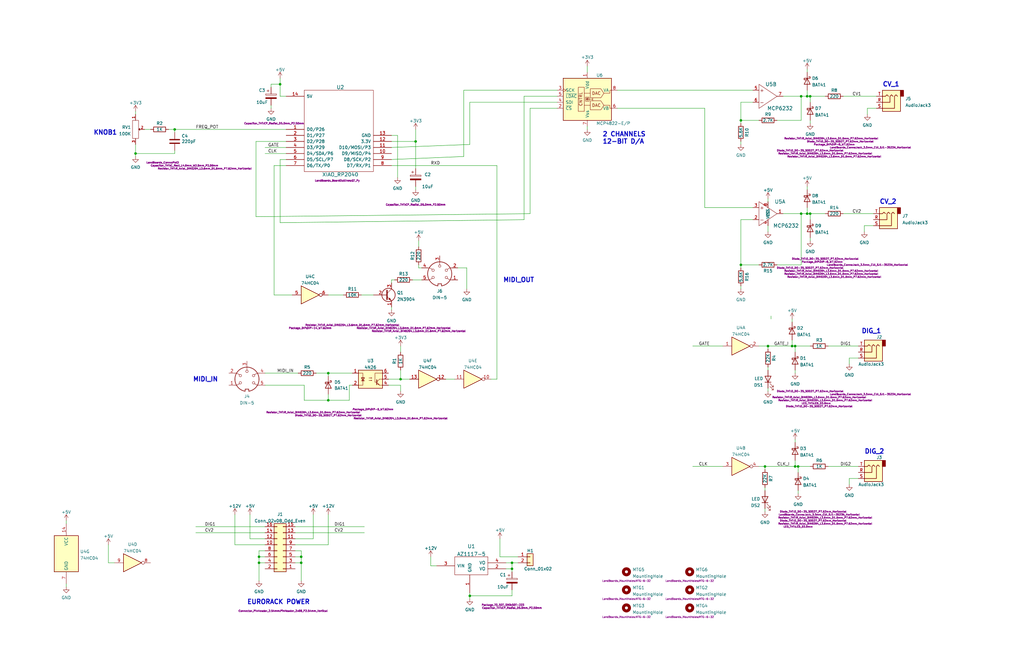
<source format=kicad_sch>
(kicad_sch (version 20211123) (generator eeschema)
  (paper "B")
  (title_block (title "SYNTH MIDI CONTROLLER") (date "2022-09-23") (rev "1") (company "LAND BOARDS LLC") (comment 1 "https://note.com/solder_state/n/n17e028497eba"))
  (lib_symbols
    (symbol "74xx:74HC04"
      (property "Reference" "U" (at 0 1.27 0))
      (property "Value" "74HC04" (at 0 -1.27 0))
      (symbol "74HC04_1_0"
        (pin input line (at -7.62 0 0) (length 3.81) (name "~") (number "1"))
        (pin output inverted (at 7.62 0 180) (length 3.81) (name "~") (number "2"))
      )
      (symbol "74HC04_2_0"
        (pin input line (at -7.62 0 0) (length 3.81) (name "~") (number "3"))
        (pin output inverted (at 7.62 0 180) (length 3.81) (name "~") (number "4"))
      )
      (symbol "74HC04_3_0"
        (pin input line (at -7.62 0 0) (length 3.81) (name "~") (number "5"))
        (pin output inverted (at 7.62 0 180) (length 3.81) (name "~") (number "6"))
      )
      (symbol "74HC04_4_0"
        (pin output inverted (at 7.62 0 180) (length 3.81) (name "~") (number "8"))
        (pin input line (at -7.62 0 0) (length 3.81) (name "~") (number "9"))
      )
      (symbol "74HC04_5_0"
        (pin output inverted (at 7.62 0 180) (length 3.81) (name "~") (number "10"))
        (pin input line (at -7.62 0 0) (length 3.81) (name "~") (number "11"))
      )
      (symbol "74HC04_6_0"
        (pin output inverted (at 7.62 0 180) (length 3.81) (name "~") (number "12"))
        (pin input line (at -7.62 0 0) (length 3.81) (name "~") (number "13"))
      )
      (symbol "74HC04_7_0"
        (pin power_in line (at 0 12.7 270) (length 5.08) (name "VCC") (number "14"))
        (pin power_in line (at 0 -12.7 90) (length 5.08) (name "GND") (number "7"))
      )
    )
    (symbol "Analog_DAC:MCP4822" (pin_names (offset 1.016))
      (property "Reference" "U" (at -2.54 10.795 0))
      (property "Value" "MCP4822" (at -2.54 8.89 0))
      (symbol "MCP4822_0_0"
        (text "CNTRL" (at -2.032 -4.191 900) (effects (font (size 1.27 1.27)) (justify left bottom)))
        (text "DAC" (at 3.81 -3.81 0) (effects (font (size 1.27 1.27))))
        (text "DAC" (at 3.81 1.27 0) (effects (font (size 1.27 1.27))))
      )
      (symbol "MCP4822_1_1"
        (pin power_in line (at 0 10.16 270) (length 2.54) (name "Vdd") (number "1"))
        (pin input line (at -12.7 -5.08 0) (length 2.54) (name "~{CS}") (number "2"))
        (pin input clock (at -12.7 2.54 0) (length 2.54) (name "SCK") (number "3"))
        (pin input line (at -12.7 -2.54 0) (length 2.54) (name "SDI") (number "4"))
        (pin input line (at -12.7 0 0) (length 2.54) (name "~{LDAC}") (number "5"))
        (pin output line (at 12.7 -5.08 180) (length 2.54) (name "VB") (number "6"))
        (pin power_in line (at 0 -12.7 90) (length 2.54) (name "Vss") (number "7"))
        (pin output line (at 12.7 2.54 180) (length 2.54) (name "VA") (number "8"))
      )
    )
    (symbol "Connector:AudioJack3"
      (property "Reference" "J" (at 0 8.89 0))
      (property "Value" "AudioJack3" (at 0 6.35 0))
      (symbol "AudioJack3_1_1"
        (pin passive line (at 5.08 0 180) (length 2.54) (name "~") (number "R"))
        (pin passive line (at 5.08 2.54 180) (length 2.54) (name "~") (number "S"))
        (pin passive line (at 5.08 -2.54 180) (length 2.54) (name "~") (number "T"))
      )
    )
    (symbol "Connector:DIN-5" (pin_names (offset 1.016))
      (property "Reference" "J" (at 3.175 5.715 0))
      (property "Value" "DIN-5" (at 0 -6.35 0))
      (symbol "DIN-5_1_1"
        (pin passive line (at -7.62 -2.54 0) (length 2.54) (name "~") (number "1"))
        (pin passive line (at -7.62 2.54 0) (length 2.54) (name "~") (number "2"))
        (pin passive line (at 0 7.62 270) (length 2.54) (name "~") (number "3"))
        (pin passive line (at 7.62 2.54 180) (length 2.54) (name "~") (number "4"))
        (pin passive line (at 7.62 -2.54 180) (length 2.54) (name "~") (number "5"))
      )
    )
    (symbol "Connector_Generic:Conn_01x02" (pin_names (offset 1.016) hide)
      (property "Reference" "J" (at 0 2.54 0))
      (property "Value" "Conn_01x02" (at 0 -5.08 0))
      (symbol "Conn_01x02_1_1"
        (pin passive line (at -5.08 0 0) (length 3.81) (name "Pin_1") (number "1"))
        (pin passive line (at -5.08 -2.54 0) (length 3.81) (name "Pin_2") (number "2"))
      )
    )
    (symbol "Connector_Generic:Conn_02x08_Odd_Even" (pin_names (offset 1.016) hide)
      (property "Reference" "J" (at 1.27 10.16 0))
      (property "Value" "Conn_02x08_Odd_Even" (at 1.27 -12.7 0))
      (symbol "Conn_02x08_Odd_Even_1_1"
        (pin passive line (at -5.08 7.62 0) (length 3.81) (name "Pin_1") (number "1"))
        (pin passive line (at 7.62 -2.54 180) (length 3.81) (name "Pin_10") (number "10"))
        (pin passive line (at -5.08 -5.08 0) (length 3.81) (name "Pin_11") (number "11"))
        (pin passive line (at 7.62 -5.08 180) (length 3.81) (name "Pin_12") (number "12"))
        (pin passive line (at -5.08 -7.62 0) (length 3.81) (name "Pin_13") (number "13"))
        (pin passive line (at 7.62 -7.62 180) (length 3.81) (name "Pin_14") (number "14"))
        (pin passive line (at -5.08 -10.16 0) (length 3.81) (name "Pin_15") (number "15"))
        (pin passive line (at 7.62 -10.16 180) (length 3.81) (name "Pin_16") (number "16"))
        (pin passive line (at 7.62 7.62 180) (length 3.81) (name "Pin_2") (number "2"))
        (pin passive line (at -5.08 5.08 0) (length 3.81) (name "Pin_3") (number "3"))
        (pin passive line (at 7.62 5.08 180) (length 3.81) (name "Pin_4") (number "4"))
        (pin passive line (at -5.08 2.54 0) (length 3.81) (name "Pin_5") (number "5"))
        (pin passive line (at 7.62 2.54 180) (length 3.81) (name "Pin_6") (number "6"))
        (pin passive line (at -5.08 0 0) (length 3.81) (name "Pin_7") (number "7"))
        (pin passive line (at 7.62 0 180) (length 3.81) (name "Pin_8") (number "8"))
        (pin passive line (at -5.08 -2.54 0) (length 3.81) (name "Pin_9") (number "9"))
      )
    )
    (symbol "Device:C" (pin_numbers hide) (pin_names (offset 0.254))
      (property "Reference" "C" (at 0.635 2.54 0))
      (property "Value" "C" (at 0.635 -2.54 0))
      (symbol "C_1_1"
        (pin passive line (at 0 3.81 270) (length 2.794) (name "~") (number "1"))
        (pin passive line (at 0 -3.81 90) (length 2.794) (name "~") (number "2"))
      )
    )
    (symbol "Device:C_Polarized" (pin_numbers hide) (pin_names (offset 0.254))
      (property "Reference" "C" (at 0.635 2.54 0))
      (property "Value" "C_Polarized" (at 0.635 -2.54 0))
      (symbol "C_Polarized_1_1"
        (pin passive line (at 0 3.81 270) (length 2.794) (name "~") (number "1"))
        (pin passive line (at 0 -3.81 90) (length 2.794) (name "~") (number "2"))
      )
    )
    (symbol "Device:D_Schottky" (pin_numbers hide) (pin_names (offset 1.016) hide)
      (property "Reference" "D" (at 0 2.54 0))
      (property "Value" "D_Schottky" (at 0 -2.54 0))
      (symbol "D_Schottky_1_1"
        (pin passive line (at -3.81 0 0) (length 2.54) (name "K") (number "1"))
        (pin passive line (at 3.81 0 180) (length 2.54) (name "A") (number "2"))
      )
    )
    (symbol "Device:LED" (pin_numbers hide) (pin_names (offset 1.016) hide)
      (property "Reference" "D" (at 0 2.54 0))
      (property "Value" "LED" (at 0 -2.54 0))
      (symbol "LED_1_1"
        (pin passive line (at -3.81 0 0) (length 2.54) (name "K") (number "1"))
        (pin passive line (at 3.81 0 180) (length 2.54) (name "A") (number "2"))
      )
    )
    (symbol "Device:R" (pin_numbers hide) (pin_names (offset 0))
      (property "Reference" "R" (at 2.032 0 90))
      (property "Value" "R" (at 0 0 90))
      (symbol "R_1_1"
        (pin passive line (at 0 3.81 270) (length 1.27) (name "~") (number "1"))
        (pin passive line (at 0 -3.81 90) (length 1.27) (name "~") (number "2"))
      )
    )
    (symbol "Isolator:4N26" (pin_names (offset 1.016))
      (property "Reference" "U" (at -5.08 5.08 0))
      (property "Value" "4N26" (at 0 5.08 0))
      (symbol "4N26_1_1"
        (pin passive line (at -7.62 2.54 0) (length 2.54) (name "~") (number "1"))
        (pin passive line (at -7.62 -2.54 0) (length 2.54) (name "~") (number "2"))
        (pin no_connect line (at -5.08 0 0) (length 2.54) hide (name "NC") (number "3"))
        (pin passive line (at 7.62 -2.54 180) (length 2.54) (name "~") (number "4"))
        (pin passive line (at 7.62 0 180) (length 2.54) (name "~") (number "5"))
        (pin passive line (at 7.62 2.54 180) (length 2.54) (name "~") (number "6"))
      )
    )
    (symbol "LandBoards:POT" (pin_names (offset 1.016) hide)
      (property "Reference" "RV" (at 0 -2.54 0))
      (property "Value" "POT" (at 0 0 0))
      (symbol "POT_1_1"
        (pin passive line (at -6.35 0 0) (length 2.54) (name "1") (number "1"))
        (pin passive line (at 0 3.81 270) (length 2.032) (name "2") (number "2"))
        (pin passive line (at 6.35 0 180) (length 2.54) (name "3") (number "3"))
      )
    )
    (symbol "LandBoards_Cards:XIAO_RP2040" (pin_names (offset 1.016))
      (property "Reference" "BRD" (at 0 25.4 0))
      (property "Value" "XIAO_RP2040" (at 0 -11.43 0))
      (symbol "XIAO_RP2040_1_1"
        (pin bidirectional line (at -22.86 7.62 0) (length 7.62) (name "D0/P26") (number "1"))
        (pin bidirectional line (at 21.59 -2.54 180) (length 7.62) (name "D9/MISO/P4") (number "10"))
        (pin bidirectional line (at 21.59 0 180) (length 7.62) (name "D10/MOSI/P3") (number "11"))
        (pin power_out line (at 21.59 2.54 180) (length 7.62) (name "3.3V") (number "12"))
        (pin power_in line (at 21.59 5.08 180) (length 7.62) (name "GND") (number "13"))
        (pin power_in line (at -22.86 21.59 0) (length 7.62) (name "5V") (number "14"))
        (pin bidirectional line (at -22.86 5.08 0) (length 7.62) (name "D1/P27") (number "2"))
        (pin bidirectional line (at -22.86 2.54 0) (length 7.62) (name "D2/P28") (number "3"))
        (pin bidirectional line (at -22.86 0 0) (length 7.62) (name "D3/P29") (number "4"))
        (pin bidirectional line (at -22.86 -2.54 0) (length 7.62) (name "D4/SDA/P6") (number "5"))
        (pin bidirectional line (at -22.86 -5.08 0) (length 7.62) (name "D5/SCL/P7") (number "6"))
        (pin bidirectional line (at -22.86 -7.62 0) (length 7.62) (name "D6/TX/P0") (number "7"))
        (pin bidirectional line (at 21.59 -7.62 180) (length 7.62) (name "D7/RX/P1") (number "8"))
        (pin bidirectional line (at 21.59 -5.08 180) (length 7.62) (name "D8/SCK/P2") (number "9"))
      )
    )
    (symbol "LandBoards_Semis:AP1117" (pin_names (offset 1.016))
      (property "Reference" "U" (at 2.54 3.81 0))
      (property "Value" "AP1117" (at 6.35 -6.35 0))
      (symbol "AP1117_1_1"
        (pin power_in line (at -2.54 -12.7 90) (length 7.62) (name "GND") (number "1"))
        (pin passive line (at 12.7 -2.54 180) (length 7.62) (name "VO") (number "2"))
        (pin power_in line (at -16.51 -1.27 0) (length 7.62) (name "VIN") (number "3"))
        (pin power_out line (at 12.7 0 180) (length 7.62) (name "VO") (number "4"))
      )
    )
    (symbol "LandBoards_Semis:MCP6002" (pin_names (offset 1.016))
      (property "Reference" "U" (at 2.54 -3.81 0))
      (property "Value" "MCP6002" (at 6.35 3.81 0))
      (symbol "MCP6002_0_0"
        (text "+" (at -2.54 2.54 0) (effects (font (size 1.524 1.524))))
        (text "-" (at -2.54 -2.54 0) (effects (font (size 1.524 1.524))))
      )
      (symbol "MCP6002_1_1"
        (pin input line (at 6.35 0 180) (length 2.54) (name "Q") (number "1"))
        (pin input line (at -6.35 -2.54 0) (length 2.54) (name "-") (number "2"))
        (pin input line (at -6.35 2.54 0) (length 2.54) (name "+") (number "3"))
        (pin input line (at 0 -5.08 90) (length 2.54) (name "VSS") (number "4"))
        (pin input line (at 0 5.08 270) (length 2.54) (name "VDD") (number "8"))
      )
      (symbol "MCP6002_2_1"
        (pin input line (at -6.35 2.54 0) (length 2.54) (name "+") (number "5"))
        (pin input line (at -6.35 -2.54 0) (length 2.54) (name "-") (number "6"))
        (pin input line (at 6.35 0 180) (length 2.54) (name "Q") (number "7"))
      )
    )
    (symbol "Mechanical:MountingHole" (pin_names (offset 1.016))
      (property "Reference" "H" (at 0 5.08 0))
      (property "Value" "MountingHole" (at 0 3.175 0))
    )
    (symbol "Transistor_BJT:2N3904" (pin_names (offset 0) hide)
      (property "Reference" "Q" (at 5.08 1.905 0))
      (property "Value" "2N3904" (at 5.08 0 0))
      (symbol "2N3904_1_1"
        (pin passive line (at 2.54 -5.08 90) (length 2.54) (name "E") (number "1"))
        (pin passive line (at -5.08 0 0) (length 5.715) (name "B") (number "2"))
        (pin passive line (at 2.54 5.08 270) (length 2.54) (name "C") (number "3"))
      )
    )
    (symbol "power:+12V" (power) (pin_names (offset 0))
      (property "Value" "+12V" (at 0 3.556 0))
      (symbol "+12V_1_1"
        (pin power_in line (at 0 0 90) (length 0) hide (name "+12V") (number "1"))
      )
    )
    (symbol "power:+3.3V" (power) (pin_names (offset 0))
      (property "Value" "+3.3V" (at 0 3.556 0))
      (symbol "+3.3V_1_1"
        (pin power_in line (at 0 0 90) (length 0) hide (name "+3V3") (number "1"))
      )
    )
    (symbol "power:+5V" (power) (pin_names (offset 0))
      (property "Value" "+5V" (at 0 3.556 0))
      (symbol "+5V_1_1"
        (pin power_in line (at 0 0 90) (length 0) hide (name "+5V") (number "1"))
      )
    )
    (symbol "power:GND" (power) (pin_names (offset 0))
      (property "Value" "GND" (at 0 -3.81 0))
      (symbol "GND_1_1"
        (pin power_in line (at 0 0 270) (length 0) hide (name "GND") (number "1"))
      )
    )
  )
  (junction (at 337.82 40.64))
  (junction (at 127 237.49))
  (junction (at 109.22 234.95))
  (junction (at 175.26 59.69))
  (junction (at 341.63 90.17))
  (junction (at 138.43 168.91))
  (junction (at 198.12 251.46))
  (junction (at 341.63 40.64))
  (junction (at 118.11 35.56))
  (junction (at 312.42 111.76))
  (junction (at 340.36 40.64))
  (junction (at 127 234.95))
  (junction (at 334.01 146.05))
  (junction (at 138.43 157.48))
  (junction (at 335.28 146.05))
  (junction (at 323.85 146.05))
  (junction (at 335.28 196.85))
  (junction (at 57.15 64.77))
  (junction (at 337.82 90.17))
  (junction (at 336.55 196.85))
  (junction (at 73.66 54.61))
  (junction (at 168.91 160.02))
  (junction (at 215.9 240.03))
  (junction (at 215.9 237.49))
  (junction (at 340.36 90.17))
  (junction (at 109.22 237.49))
  (junction (at 312.42 50.8))
  (junction (at 322.58 196.85))
  (wire (pts (xy 138.43 168.91) (xy 138.43 166.37)))
  (wire (pts (xy 99.06 217.17) (xy 99.06 229.87)))
  (wire (pts (xy 127 234.95) (xy 127 237.49)))
  (wire (pts (xy 60.96 54.61) (xy 63.5 54.61)))
  (wire (pts (xy 57.15 64.77) (xy 57.15 60.96)))
  (wire (pts (xy 163.83 162.56) (xy 168.91 162.56)))
  (wire (pts (xy 213.36 237.49) (xy 215.9 237.49)))
  (wire (pts (xy 355.6 90.17) (xy 368.3 90.17)))
  (wire (pts (xy 128.27 168.91) (xy 138.43 168.91)))
  (wire (pts (xy 165.1 59.69) (xy 175.26 59.69)))
  (wire (pts (xy 124.46 229.87) (xy 138.43 229.87)))
  (wire (pts (xy 340.36 29.21) (xy 340.36 30.48)))
  (wire (pts (xy 213.36 240.03) (xy 215.9 240.03)))
  (wire (pts (xy 147.32 168.91) (xy 147.32 162.56)))
  (wire (pts (xy 312.42 50.8) (xy 312.42 43.18)))
  (wire (pts (xy 323.85 95.25) (xy 323.85 97.79)))
  (wire (pts (xy 335.28 146.05) (xy 335.28 148.59)))
  (wire (pts (xy 340.36 78.74) (xy 340.36 80.01)))
  (wire (pts (xy 196.85 113.03) (xy 196.85 121.92)))
  (wire (pts (xy 138.43 168.91) (xy 147.32 168.91)))
  (wire (pts (xy 120.65 67.31) (xy 118.11 67.31)))
  (wire (pts (xy 364.49 95.25) (xy 368.3 95.25)))
  (wire (pts (xy 198.12 251.46) (xy 215.9 251.46)))
  (wire (pts (xy 165.1 67.31) (xy 195.58 66.04)))
  (wire (pts (xy 114.3 45.72) (xy 114.3 44.45)))
  (wire (pts (xy 124.46 222.25) (xy 153.67 222.25)))
  (wire (pts (xy 337.82 40.64) (xy 340.36 40.64)))
  (wire (pts (xy 176.53 101.6) (xy 176.53 104.14)))
  (wire (pts (xy 152.4 124.46) (xy 157.48 124.46)))
  (wire (pts (xy 322.58 215.9) (xy 322.58 214.63)))
  (wire (pts (xy 27.94 246.38) (xy 27.94 247.65)))
  (wire (pts (xy 334.01 134.62) (xy 334.01 135.89)))
  (wire (pts (xy 320.04 50.8) (xy 312.42 50.8)))
  (wire (pts (xy 365.76 48.26) (xy 365.76 45.72)))
  (wire (pts (xy 176.53 113.03) (xy 177.8 113.03)))
  (wire (pts (xy 358.14 153.67) (xy 358.14 151.13)))
  (wire (pts (xy 335.28 194.31) (xy 335.28 196.85)))
  (wire (pts (xy 168.91 162.56) (xy 168.91 165.1)))
  (wire (pts (xy 138.43 217.17) (xy 138.43 229.87)))
  (wire (pts (xy 181.61 238.76) (xy 184.15 238.76)))
  (wire (pts (xy 111.76 229.87) (xy 99.06 229.87)))
  (wire (pts (xy 341.63 40.64) (xy 341.63 43.18)))
  (wire (pts (xy 107.95 59.69) (xy 107.95 91.44)))
  (wire (pts (xy 210.82 234.95) (xy 210.82 227.33)))
  (wire (pts (xy 111.76 62.23) (xy 120.65 62.23)))
  (wire (pts (xy 118.11 40.64) (xy 118.11 35.56)))
  (wire (pts (xy 336.55 196.85) (xy 336.55 199.39)))
  (wire (pts (xy 124.46 232.41) (xy 127 232.41)))
  (wire (pts (xy 336.55 196.85) (xy 341.63 196.85)))
  (wire (pts (xy 334.01 143.51) (xy 334.01 146.05)))
  (wire (pts (xy 118.11 35.56) (xy 118.11 33.02)))
  (wire (pts (xy 337.82 90.17) (xy 340.36 90.17)))
  (wire (pts (xy 73.66 54.61) (xy 73.66 55.88)))
  (wire (pts (xy 358.14 151.13) (xy 361.95 151.13)))
  (wire (pts (xy 335.28 185.42) (xy 335.28 186.69)))
  (wire (pts (xy 45.72 229.87) (xy 45.72 237.49)))
  (wire (pts (xy 312.42 59.69) (xy 312.42 60.96)))
  (wire (pts (xy 312.42 43.18) (xy 317.5 43.18)))
  (wire (pts (xy 198.12 251.46) (xy 198.12 252.73)))
  (wire (pts (xy 118.11 40.64) (xy 120.65 40.64)))
  (wire (pts (xy 115.57 69.85) (xy 115.57 124.46)))
  (wire (pts (xy 82.55 222.25) (xy 111.76 222.25)))
  (wire (pts (xy 327.66 111.76) (xy 337.82 111.76)))
  (wire (pts (xy 323.85 146.05) (xy 334.01 146.05)))
  (wire (pts (xy 111.76 232.41) (xy 109.22 232.41)))
  (wire (pts (xy 147.32 162.56) (xy 148.59 162.56)))
  (wire (pts (xy 323.85 156.21) (xy 323.85 154.94)))
  (wire (pts (xy 364.49 97.79) (xy 364.49 95.25)))
  (wire (pts (xy 358.14 204.47) (xy 358.14 201.93)))
  (wire (pts (xy 292.1 146.05) (xy 304.8 146.05)))
  (wire (pts (xy 322.58 196.85) (xy 335.28 196.85)))
  (wire (pts (xy 118.11 93.98) (xy 220.98 92.71)))
  (wire (pts (xy 215.9 240.03) (xy 215.9 241.3)))
  (wire (pts (xy 320.04 146.05) (xy 323.85 146.05)))
  (wire (pts (xy 111.76 227.33) (xy 105.41 227.33)))
  (wire (pts (xy 109.22 237.49) (xy 111.76 237.49)))
  (wire (pts (xy 118.11 35.56) (xy 114.3 35.56)))
  (wire (pts (xy 341.63 90.17) (xy 341.63 92.71)))
  (wire (pts (xy 312.42 92.71) (xy 317.5 92.71)))
  (wire (pts (xy 120.65 59.69) (xy 107.95 59.69)))
  (wire (pts (xy 138.43 157.48) (xy 138.43 158.75)))
  (wire (pts (xy 168.91 160.02) (xy 172.72 160.02)))
  (wire (pts (xy 341.63 52.07) (xy 341.63 50.8)))
  (wire (pts (xy 187.96 160.02) (xy 191.77 160.02)))
  (wire (pts (xy 115.57 124.46) (xy 123.19 124.46)))
  (wire (pts (xy 176.53 113.03) (xy 176.53 111.76)))
  (wire (pts (xy 341.63 90.17) (xy 347.98 90.17)))
  (wire (pts (xy 127 232.41) (xy 127 234.95)))
  (wire (pts (xy 312.42 111.76) (xy 312.42 113.03)))
  (wire (pts (xy 71.12 54.61) (xy 73.66 54.61)))
  (wire (pts (xy 320.04 196.85) (xy 322.58 196.85)))
  (wire (pts (xy 165.1 69.85) (xy 209.55 69.85)))
  (wire (pts (xy 163.83 160.02) (xy 168.91 160.02)))
  (wire (pts (xy 124.46 224.79) (xy 153.67 224.79)))
  (wire (pts (xy 220.98 92.71) (xy 220.98 40.64)))
  (wire (pts (xy 337.82 111.76) (xy 337.82 90.17)))
  (wire (pts (xy 335.28 196.85) (xy 336.55 196.85)))
  (wire (pts (xy 312.42 120.65) (xy 312.42 121.92)))
  (wire (pts (xy 57.15 66.04) (xy 57.15 64.77)))
  (wire (pts (xy 133.35 157.48) (xy 138.43 157.48)))
  (wire (pts (xy 165.1 119.38) (xy 165.1 118.11)))
  (wire (pts (xy 109.22 232.41) (xy 109.22 234.95)))
  (wire (pts (xy 168.91 160.02) (xy 168.91 156.21)))
  (wire (pts (xy 165.1 57.15) (xy 167.64 57.15)))
  (wire (pts (xy 207.01 160.02) (xy 209.55 160.02)))
  (wire (pts (xy 73.66 54.61) (xy 120.65 54.61)))
  (wire (pts (xy 138.43 124.46) (xy 144.78 124.46)))
  (wire (pts (xy 323.85 83.82) (xy 323.85 85.09)))
  (wire (pts (xy 198.12 43.18) (xy 234.95 43.18)))
  (wire (pts (xy 340.36 38.1) (xy 340.36 40.64)))
  (wire (pts (xy 175.26 80.01) (xy 175.26 78.74)))
  (wire (pts (xy 45.72 237.49) (xy 48.26 237.49)))
  (wire (pts (xy 220.98 40.64) (xy 234.95 40.64)))
  (wire (pts (xy 323.85 165.1) (xy 323.85 163.83)))
  (wire (pts (xy 181.61 234.95) (xy 181.61 238.76)))
  (wire (pts (xy 340.36 90.17) (xy 341.63 90.17)))
  (wire (pts (xy 223.52 45.72) (xy 234.95 45.72)))
  (wire (pts (xy 247.65 53.34) (xy 247.65 54.61)))
  (wire (pts (xy 218.44 234.95) (xy 210.82 234.95)))
  (wire (pts (xy 297.18 87.63) (xy 317.5 87.63)))
  (wire (pts (xy 260.35 38.1) (xy 317.5 38.1)))
  (wire (pts (xy 165.1 129.54) (xy 165.1 130.81)))
  (wire (pts (xy 198.12 60.96) (xy 198.12 43.18)))
  (wire (pts (xy 335.28 157.48) (xy 335.28 156.21)))
  (wire (pts (xy 109.22 237.49) (xy 109.22 245.11)))
  (wire (pts (xy 297.18 45.72) (xy 297.18 87.63)))
  (wire (pts (xy 260.35 45.72) (xy 297.18 45.72)))
  (wire (pts (xy 337.82 50.8) (xy 337.82 40.64)))
  (wire (pts (xy 341.63 40.64) (xy 347.98 40.64)))
  (wire (pts (xy 340.36 40.64) (xy 341.63 40.64)))
  (wire (pts (xy 138.43 157.48) (xy 148.59 157.48)))
  (wire (pts (xy 327.66 50.8) (xy 337.82 50.8)))
  (wire (pts (xy 195.58 66.04) (xy 195.58 38.1)))
  (wire (pts (xy 114.3 35.56) (xy 114.3 36.83)))
  (wire (pts (xy 132.08 227.33) (xy 132.08 217.17)))
  (wire (pts (xy 198.12 250.19) (xy 198.12 251.46)))
  (wire (pts (xy 111.76 162.56) (xy 128.27 162.56)))
  (wire (pts (xy 215.9 251.46) (xy 215.9 248.92)))
  (wire (pts (xy 215.9 237.49) (xy 218.44 237.49)))
  (wire (pts (xy 325.12 133.35) (xy 325.12 134.62)))
  (wire (pts (xy 341.63 101.6) (xy 341.63 100.33)))
  (wire (pts (xy 358.14 201.93) (xy 361.95 201.93)))
  (wire (pts (xy 127 237.49) (xy 127 245.11)))
  (wire (pts (xy 334.01 146.05) (xy 335.28 146.05)))
  (wire (pts (xy 73.66 63.5) (xy 73.66 64.77)))
  (wire (pts (xy 349.25 196.85) (xy 361.95 196.85)))
  (wire (pts (xy 215.9 240.03) (xy 215.9 237.49)))
  (wire (pts (xy 57.15 46.99) (xy 57.15 48.26)))
  (wire (pts (xy 165.1 62.23) (xy 198.12 60.96)))
  (wire (pts (xy 109.22 234.95) (xy 111.76 234.95)))
  (wire (pts (xy 175.26 54.61) (xy 175.26 59.69)))
  (wire (pts (xy 312.42 50.8) (xy 312.42 52.07)))
  (wire (pts (xy 330.2 90.17) (xy 337.82 90.17)))
  (wire (pts (xy 128.27 162.56) (xy 128.27 168.91)))
  (wire (pts (xy 107.95 91.44) (xy 223.52 90.17)))
  (wire (pts (xy 109.22 234.95) (xy 109.22 237.49)))
  (wire (pts (xy 118.11 67.31) (xy 118.11 93.98)))
  (wire (pts (xy 193.04 113.03) (xy 196.85 113.03)))
  (wire (pts (xy 322.58 196.85) (xy 322.58 198.12)))
  (wire (pts (xy 57.15 64.77) (xy 73.66 64.77)))
  (wire (pts (xy 124.46 237.49) (xy 127 237.49)))
  (wire (pts (xy 82.55 224.79) (xy 111.76 224.79)))
  (wire (pts (xy 168.91 146.05) (xy 168.91 148.59)))
  (wire (pts (xy 165.1 118.11) (xy 166.37 118.11)))
  (wire (pts (xy 292.1 196.85) (xy 304.8 196.85)))
  (wire (pts (xy 167.64 57.15) (xy 167.64 74.93)))
  (wire (pts (xy 349.25 146.05) (xy 361.95 146.05)))
  (wire (pts (xy 223.52 90.17) (xy 223.52 45.72)))
  (wire (pts (xy 365.76 45.72) (xy 369.57 45.72)))
  (wire (pts (xy 124.46 227.33) (xy 132.08 227.33)))
  (wire (pts (xy 312.42 111.76) (xy 312.42 92.71)))
  (wire (pts (xy 105.41 227.33) (xy 105.41 217.17)))
  (wire (pts (xy 336.55 208.28) (xy 336.55 207.01)))
  (wire (pts (xy 330.2 40.64) (xy 337.82 40.64)))
  (wire (pts (xy 124.46 234.95) (xy 127 234.95)))
  (wire (pts (xy 209.55 69.85) (xy 209.55 160.02)))
  (wire (pts (xy 125.73 157.48) (xy 111.76 157.48)))
  (wire (pts (xy 322.58 205.74) (xy 322.58 207.01)))
  (wire (pts (xy 111.76 64.77) (xy 120.65 64.77)))
  (wire (pts (xy 120.65 69.85) (xy 115.57 69.85)))
  (wire (pts (xy 320.04 111.76) (xy 312.42 111.76)))
  (wire (pts (xy 335.28 146.05) (xy 341.63 146.05)))
  (wire (pts (xy 247.65 27.94) (xy 247.65 30.48)))
  (wire (pts (xy 175.26 71.12) (xy 175.26 59.69)))
  (wire (pts (xy 173.99 118.11) (xy 177.8 118.11)))
  (wire (pts (xy 340.36 87.63) (xy 340.36 90.17)))
  (wire (pts (xy 195.58 38.1) (xy 234.95 38.1)))
  (wire (pts (xy 323.85 146.05) (xy 323.85 147.32)))
  (wire (pts (xy 27.94 219.71) (xy 27.94 220.98)))
  (wire (pts (xy 355.6 40.64) (xy 369.57 40.64)))
  (text "CV_2" (at 370.84 86.36 0) (effects (font (size 1.905 1.905) (thickness 0.381) bold) (justify left bottom)))
  (text "DIG_1" (at 363.22 140.97 0) (effects (font (size 1.905 1.905) (thickness 0.381) bold) (justify left bottom)))
  (text "MIDI_IN" (at 81.28 161.29 0) (effects (font (size 1.905 1.905) (thickness 0.381) bold) (justify left bottom)))
  (text "2 CHANNELS\n12-BIT D/A" (at 254 60.96 0) (effects (font (size 1.905 1.905) (thickness 0.381) bold) (justify left bottom)))
  (text "KNOB1" (at 39.37 57.15 0) (effects (font (size 1.905 1.905) (thickness 0.381) bold) (justify left bottom)))
  (text "MIDI_OUT" (at 212.09 119.38 0) (effects (font (size 1.905 1.905) (thickness 0.381) bold) (justify left bottom)))
  (text "DIG_2" (at 364.49 191.77 0) (effects (font (size 1.905 1.905) (thickness 0.381) bold) (justify left bottom)))
  (text "CV_1" (at 372.11 36.83 0) (effects (font (size 1.905 1.905) (thickness 0.381) bold) (justify left bottom)))
  (text "EURORACK POWER" (at 104.14 255.27 0) (effects (font (size 1.905 1.905) (thickness 0.381) bold) (justify left bottom)))
  (label "DIG2" (at 354.33 196.85 0))
  (label "CV2" (at 140.97 224.79 0))
  (label "CV2" (at 86.36 224.79 0))
  (label "FREQ_POT" (at 82.55 54.61 0))
  (label "RXD" (at 181.61 69.85 0))
  (label "MIDI_IN" (at 116.84 157.48 0))
  (label "DIG1" (at 140.97 222.25 0))
  (label "DIG1" (at 354.33 146.05 0))
  (label "DIG1" (at 86.36 222.25 0))
  (label "CLK" (at 294.64 196.85 0))
  (label "GATE" (at 113.03 62.23 0))
  (label "CLK_I" (at 327.66 196.85 0))
  (label "GATE_I" (at 326.39 146.05 0))
  (label "CV2" (at 359.41 90.17 0))
  (label "CV1" (at 359.41 40.64 0))
  (label "GATE" (at 294.64 146.05 0))
  (label "CLK" (at 113.03 64.77 0))
  (symbol (lib_id "power:GND") (at 167.64 74.93 0) (unit 1)
    (property "Reference" "#PWR0105" (effects hide))
    (property "Value" "GND" (at 167.64 79.4925 0))
  )
  (symbol (lib_id "Device:R") (at 323.85 50.8 90) (unit 1)
    (property "Reference" "R9" (at 323.85 48.26 90))
    (property "Value" "2.7K" (at 323.85 50.8 90))
    (property "Footprint" "Resistor_THT:R_Axial_DIN0204_L3.6mm_D1.6mm_P7.62mm_Horizontal" (at 347.98 64.77 90) (effects (font (size 0.762 0.762))))
    (property "Datasheet" "https://www.mouser.com/ProductDetail/Xicon/299-2.2K-RC?qs=QaPBMFBEHz3RDbXknTj%252ByA%3D%3D" (effects hide))
  )
  (symbol (lib_id "74xx:74HC04") (at 180.34 160.02 0) (unit 6)
    (property "Reference" "U4" (at 180.34 152.2435 0))
    (property "Value" "74HC04" (at 180.34 155.0186 0))
    (property "Datasheet" "https://assets.nexperia.com/documents/data-sheet/74HC_HCT04.pdf" (effects hide))
  )
  (symbol (lib_id "Device:D_Schottky") (at 341.63 46.99 270) (unit 1)
    (property "Reference" "D7" (at 343.662 45.764 90) (effects (justify left)))
    (property "Value" "BAT41" (at 343.662 48.5391 90) (effects (justify left)))
    (property "Footprint" "Diode_THT:D_DO-35_SOD27_P7.62mm_Horizontal" (at 341.63 63.5 90) (effects (font (size 0.762 0.762))))
  )
  (symbol (lib_id "power:+5V") (at 176.53 101.6 0) (unit 1)
    (property "Reference" "#PWR0107" (effects hide))
    (property "Value" "+5V" (at 176.53 97.9955 0))
  )
  (symbol (lib_id "Analog_DAC:MCP4822") (at 247.65 40.64 0) (unit 1)
    (property "Reference" "U6" (at 251.46 31.75 0) (effects (justify left)))
    (property "Value" "MCP4822-E/P" (at 251.46 52.07 0) (effects (justify left)))
    (property "Footprint" "Package_DIP:DIP-8_W7.62mm" (effects hide))
    (property "Datasheet" "http://ww1.microchip.com/downloads/en/DeviceDoc/20002249B.pdf" (effects hide))
  )
  (symbol (lib_id "power:GND") (at 196.85 121.92 0) (unit 1)
    (property "Reference" "#PWR0136" (effects hide))
    (property "Value" "GND" (at 196.85 126.4825 0))
  )
  (symbol (lib_id "Device:C_Polarized") (at 215.9 245.11 0) (unit 1)
    (property "Reference" "C1" (at 212.09 242.57 0))
    (property "Value" "10uF" (at 212.09 247.65 0))
    (property "Footprint" "Capacitor_THT:CP_Radial_D5.0mm_P2.50mm" (at 215.9 256.54 0) (effects (font (size 0.762 0.762))))
    (property "Datasheet" "https://www.mouser.com/ProductDetail/140-REA470M1CBK0511P" (effects hide))
  )
  (symbol (lib_id "power:+5V") (at 334.01 134.62 0) (unit 1)
    (property "Reference" "#PWR0110" (effects hide))
    (property "Value" "+5V" (at 334.01 131.0155 0))
  )
  (symbol (lib_id "Device:R") (at 129.54 157.48 90) (unit 1)
    (property "Reference" "R5" (at 129.54 154.94 90))
    (property "Value" "220" (at 129.54 157.48 90))
    (property "Footprint" "Resistor_THT:R_Axial_DIN0204_L3.6mm_D1.6mm_P7.62mm_Horizontal" (at 132.08 173.99 90) (effects (font (size 0.762 0.762))))
    (property "Datasheet" "https://www.mouser.com/ProductDetail/Xicon/299-2.2K-RC?qs=QaPBMFBEHz3RDbXknTj%252ByA%3D%3D" (effects hide))
  )
  (symbol (lib_id "power:GND") (at 109.22 245.11 0) (unit 1)
    (property "Reference" "#PWR0125" (effects hide))
    (property "Value" "GND" (at 109.22 249.6725 0))
  )
  (symbol (lib_id "74xx:74HC04") (at 312.42 196.85 0) (unit 2)
    (property "Reference" "U4" (at 312.42 189.0735 0))
    (property "Value" "74HC04" (at 312.42 191.8486 0))
    (property "Datasheet" "https://assets.nexperia.com/documents/data-sheet/74HC_HCT04.pdf" (effects hide))
  )
  (symbol (lib_id "Device:R") (at 67.31 54.61 90) (unit 1)
    (property "Reference" "R2" (at 67.31 52.07 90))
    (property "Value" "1K" (at 67.31 54.61 90))
    (property "Footprint" "Resistor_THT:R_Axial_DIN0204_L3.6mm_D1.6mm_P7.62mm_Horizontal" (at 86.36 71.12 90) (effects (font (size 0.762 0.762))))
    (property "Datasheet" "https://www.mouser.com/ProductDetail/Xicon/299-2.2K-RC?qs=QaPBMFBEHz3RDbXknTj%252ByA%3D%3D" (effects hide))
  )
  (symbol (lib_id "power:GND") (at 198.12 252.73 0) (unit 1)
    (property "Reference" "#PWR0135" (effects hide))
    (property "Value" "GND" (at 198.12 257.2925 0))
  )
  (symbol (lib_id "LandBoards_Semis:MCP6002") (at 323.85 90.17 0) (unit 1)
    (property "Reference" "U5" (at 328.93 85.09 0) (effects (font (size 1.524 1.524))))
    (property "Value" "MCP6232" (at 331.47 95.25 0) (effects (font (size 1.524 1.524))))
    (property "Footprint" "Package_DIP:DIP-8_W7.62mm" (at 346.71 110.49 0) (effects (font (size 0.762 0.762))))
  )
  (symbol (lib_id "Device:C_Polarized") (at 114.3 40.64 0) (unit 1)
    (property "Reference" "C3" (at 110.49 38.1 0))
    (property "Value" "10uF" (at 110.49 43.18 0))
    (property "Footprint" "Capacitor_THT:CP_Radial_D5.0mm_P2.50mm" (at 115.57 52.07 0) (effects (font (size 0.762 0.762))))
    (property "Datasheet" "https://www.mouser.com/ProductDetail/140-REA470M1CBK0511P" (effects hide))
  )
  (symbol (lib_id "Device:C") (at 73.66 59.69 0) (unit 1)
    (property "Reference" "C4" (at 76.581 57.3786 0) (effects (justify left)))
    (property "Value" "220pF" (at 76.581 59.69 0) (effects (justify left)))
    (property "Footprint" "Capacitor_THT:C_Rect_L4.0mm_W2.5mm_P2.50mm" (at 63.5 69.85 0) (effects (font (size 0.762 0.762)) (justify left)))
    (property "Datasheet" "https://www.mouser.com/ProductDetail/TDK/FG18X7R1H473KNT06?qs=qf2ddTMq67Ua7q%2FdN4IhqA%3D%3D" (effects hide))
  )
  (symbol (lib_id "power:GND") (at 358.14 204.47 0) (unit 1)
    (property "Reference" "#PWR0131" (effects hide))
    (property "Value" "GND" (at 358.14 209.0325 0))
  )
  (symbol (lib_id "power:+5V") (at 210.82 227.33 0) (unit 1)
    (property "Reference" "#PWR0134" (effects hide))
    (property "Value" "+5V" (at 210.82 223.7255 0))
  )
  (symbol (lib_id "Connector:DIN-5") (at 104.14 160.02 0) (unit 1)
    (property "Reference" "J4" (at 104.1401 167.2495 0))
    (property "Value" "DIN-5" (at 104.1401 170.0246 0))
    (property "Footprint" "LandBoards_Conns:MIDI_DIN-5" (effects hide))
    (property "Datasheet" "http://www.mouser.com/ds/2/18/40_c091_abd_e-75918.pdf" (effects hide))
  )
  (symbol (lib_id "Mechanical:MountingHole") (at 264.16 248.92 0) (unit 1)
    (property "Reference" "MTG1" (at 266.7 248.0115 0) (effects (justify left)))
    (property "Value" "MountingHole" (at 266.7 250.7866 0) (effects (justify left)))
    (property "Footprint" "LandBoards_MountHoles:MTG-6-32" (at 264.16 252.73 0) (effects (font (size 0.762 0.762))))
  )
  (symbol (lib_id "Device:R") (at 170.18 118.11 90) (unit 1)
    (property "Reference" "R13" (at 170.18 115.57 90))
    (property "Value" "220" (at 170.18 118.11 90))
    (property "Footprint" "Resistor_THT:R_Axial_DIN0204_L3.6mm_D1.6mm_P7.62mm_Horizontal" (at 170.18 138.43 90) (effects (font (size 0.762 0.762))))
    (property "Datasheet" "https://www.mouser.com/ProductDetail/Xicon/299-2.2K-RC?qs=QaPBMFBEHz3RDbXknTj%252ByA%3D%3D" (effects hide))
  )
  (symbol (lib_id "Device:D_Schottky") (at 340.36 34.29 270) (unit 1)
    (property "Reference" "D6" (at 342.392 33.064 90) (effects (justify left)))
    (property "Value" "BAT41" (at 342.392 35.8391 90) (effects (justify left)))
    (property "Footprint" "Diode_THT:D_DO-35_SOD27_P7.62mm_Horizontal" (at 354.33 59.69 90) (effects (font (size 0.762 0.762))))
  )
  (symbol (lib_id "power:GND") (at 358.14 153.67 0) (unit 1)
    (property "Reference" "#PWR0112" (effects hide))
    (property "Value" "GND" (at 358.14 158.2325 0))
  )
  (symbol (lib_id "power:+5V") (at 45.72 229.87 0) (unit 1)
    (property "Reference" "#PWR0132" (effects hide))
    (property "Value" "+5V" (at 45.72 226.2655 0))
  )
  (symbol (lib_id "power:+5V") (at 340.36 29.21 0) (unit 1)
    (property "Reference" "#PWR0103" (effects hide))
    (property "Value" "+5V" (at 340.36 25.6055 0))
  )
  (symbol (lib_id "Device:LED") (at 323.85 160.02 90) (unit 1)
    (property "Reference" "DS1" (at 321.818 162.516 90) (effects (justify left)))
    (property "Value" "LED" (at 321.818 159.7409 90) (effects (justify left)))
    (property "Footprint" "LED_THT:LED_D3.0mm" (at 344.17 170.18 90) (effects (font (size 0.762 0.762))))
  )
  (symbol (lib_id "Device:R") (at 345.44 146.05 90) (unit 1)
    (property "Reference" "R3" (at 345.44 143.51 90))
    (property "Value" "1K" (at 345.44 146.05 90))
    (property "Footprint" "Resistor_THT:R_Axial_DIN0204_L3.6mm_D1.6mm_P7.62mm_Horizontal" (at 345.44 167.64 90) (effects (font (size 0.762 0.762))))
    (property "Datasheet" "https://www.mouser.com/ProductDetail/Xicon/299-2.2K-RC?qs=QaPBMFBEHz3RDbXknTj%252ByA%3D%3D" (effects hide))
  )
  (symbol (lib_id "Device:D_Schottky") (at 341.63 96.52 270) (unit 1)
    (property "Reference" "D9" (at 343.662 95.294 90) (effects (justify left)))
    (property "Value" "BAT41" (at 343.662 98.0691 90) (effects (justify left)))
    (property "Footprint" "Diode_THT:D_DO-35_SOD27_P7.62mm_Horizontal" (at 341.63 113.03 90) (effects (font (size 0.762 0.762))))
  )
  (symbol (lib_id "Connector:AudioJack3") (at 373.38 92.71 180) (unit 1)
    (property "Reference" "J7" (at 380.4919 91.1665 0) (effects (justify right)))
    (property "Value" "AudioJack3" (at 380.4919 93.9416 0) (effects (justify right)))
    (property "Footprint" "LandBoards_Conns:Jack_3.5mm_CUI_SJ1-3523N_Horizontal" (at 365.76 111.76 0) (effects (font (size 0.762 0.762))))
    (property "Datasheet" "https://www.mouser.com/ProductDetail/490-SJ1-3523N" (effects hide))
  )
  (symbol (lib_id "power:+12V") (at 99.06 217.17 0) (unit 1)
    (property "Reference" "#PWR0129" (effects hide))
    (property "Value" "+12V" (at 99.06 213.5655 0))
  )
  (symbol (lib_id "Isolator:4N26") (at 156.21 160.02 0) (unit 1)
    (property "Reference" "U3" (at 156.21 152.2435 0))
    (property "Value" "4N26" (at 156.21 155.0186 0))
    (property "Footprint" "Package_DIP:DIP-6_W7.62mm" (at 148.59 172.72 0) (effects (font (size 0.762 0.762) italic) (justify left)))
    (property "Datasheet" "https://www.vishay.com/docs/83725/4n25.pdf" (effects hide))
  )
  (symbol (lib_id "Mechanical:MountingHole") (at 290.83 248.92 0) (unit 1)
    (property "Reference" "MTG2" (at 293.37 248.0115 0) (effects (justify left)))
    (property "Value" "MountingHole" (at 293.37 250.7866 0) (effects (justify left)))
    (property "Footprint" "LandBoards_MountHoles:MTG-6-32" (at 290.83 252.73 0) (effects (font (size 0.762 0.762))))
  )
  (symbol (lib_id "Transistor_BJT:2N3904") (at 162.56 124.46 0) (unit 1)
    (property "Reference" "Q1" (at 167.4113 123.5515 0) (effects (justify left)))
    (property "Value" "2N3904" (at 167.4113 126.3266 0) (effects (justify left)))
    (property "Footprint" "Package_TO_SOT_THT:TO-92_Inline" (effects hide))
    (property "Datasheet" "https://www.onsemi.com/pub/Collateral/2N3903-D.PDF" (effects hide))
  )
  (symbol (lib_id "Device:D_Schottky") (at 138.43 162.56 270) (unit 1)
    (property "Reference" "D5" (at 140.97 161.29 90) (effects (justify left)))
    (property "Value" "BAT41" (at 140.97 163.83 90) (effects (justify left)))
    (property "Footprint" "Diode_THT:D_DO-35_SOD27_P7.62mm_Horizontal" (at 138.43 175.26 90) (effects (font (size 0.762 0.762))))
  )
  (symbol (lib_id "LandBoards_Semis:AP1117") (at 200.66 237.49 0) (unit 1)
    (property "Reference" "U1" (at 198.755 230.5461 0) (effects (font (size 1.524 1.524))))
    (property "Value" "AZ1117-5" (at 198.755 233.8251 0) (effects (font (size 1.524 1.524))))
    (property "Footprint" "Package_TO_SOT_SMD:SOT-223" (at 212.09 255.27 0) (effects (font (size 0.762 0.762))))
  )
  (symbol (lib_id "Device:R") (at 323.85 111.76 90) (unit 1)
    (property "Reference" "R15" (at 323.85 114.3 90))
    (property "Value" "2.7K" (at 323.85 111.76 90))
    (property "Footprint" "Resistor_THT:R_Axial_DIN0204_L3.6mm_D1.6mm_P7.62mm_Horizontal" (at 350.52 115.57 90) (effects (font (size 0.762 0.762))))
    (property "Datasheet" "https://www.mouser.com/ProductDetail/Xicon/299-2.2K-RC?qs=QaPBMFBEHz3RDbXknTj%252ByA%3D%3D" (effects hide))
  )
  (symbol (lib_id "Device:R") (at 322.58 201.93 180) (unit 1)
    (property "Reference" "R7" (at 325.12 201.93 90))
    (property "Value" "22K" (at 322.58 201.93 90))
    (property "Footprint" "Resistor_THT:R_Axial_DIN0204_L3.6mm_D1.6mm_P7.62mm_Horizontal" (at 347.98 220.98 0) (effects (font (size 0.762 0.762))))
    (property "Datasheet" "https://www.mouser.com/ProductDetail/Xicon/299-2.2K-RC?qs=QaPBMFBEHz3RDbXknTj%252ByA%3D%3D" (effects hide))
  )
  (symbol (lib_id "Connector_Generic:Conn_01x02") (at 223.52 234.95 0) (unit 1)
    (property "Reference" "H1" (at 222.25 232.41 0) (effects (justify left)))
    (property "Value" "Conn_01x02" (at 220.98 240.03 0) (effects (justify left)))
    (property "Footprint" "Connector_PinHeader_2.54mm:PinHeader_1x02_P2.54mm_Vertical" (effects hide))
  )
  (symbol (lib_id "Device:R") (at 176.53 107.95 180) (unit 1)
    (property "Reference" "R12" (at 173.99 107.95 90))
    (property "Value" "220" (at 176.53 107.95 90))
    (property "Footprint" "Resistor_THT:R_Axial_DIN0204_L3.6mm_D1.6mm_P7.62mm_Horizontal" (at 176.53 139.7 0) (effects (font (size 0.762 0.762))))
    (property "Datasheet" "https://www.mouser.com/ProductDetail/Xicon/299-2.2K-RC?qs=QaPBMFBEHz3RDbXknTj%252ByA%3D%3D" (effects hide))
  )
  (symbol (lib_id "power:GND") (at 335.28 157.48 0) (unit 1)
    (property "Reference" "#PWR0113" (effects hide))
    (property "Value" "GND" (at 335.28 162.0425 0))
  )
  (symbol (lib_id "Device:R") (at 312.42 55.88 180) (unit 1)
    (property "Reference" "R10" (at 314.96 55.88 90))
    (property "Value" "5.6K" (at 312.42 55.88 90))
    (property "Footprint" "Resistor_THT:R_Axial_DIN0204_L3.6mm_D1.6mm_P7.62mm_Horizontal" (at 350.52 58.42 0) (effects (font (size 0.762 0.762))))
    (property "Datasheet" "https://www.mouser.com/ProductDetail/Xicon/299-2.2K-RC?qs=QaPBMFBEHz3RDbXknTj%252ByA%3D%3D" (effects hide))
  )
  (symbol (lib_id "Device:R") (at 168.91 152.4 180) (unit 1)
    (property "Reference" "R1" (at 166.37 152.4 90))
    (property "Value" "1K" (at 168.91 152.4 90))
    (property "Footprint" "Resistor_THT:R_Axial_DIN0204_L3.6mm_D1.6mm_P7.62mm_Horizontal" (at 168.91 176.53 0) (effects (font (size 0.762 0.762))))
    (property "Datasheet" "https://www.mouser.com/ProductDetail/Xicon/299-2.2K-RC?qs=QaPBMFBEHz3RDbXknTj%252ByA%3D%3D" (effects hide))
  )
  (symbol (lib_id "LandBoards_Semis:MCP6002") (at 323.85 40.64 0) (unit 2)
    (property "Reference" "U5" (at 325.12 35.56 0) (effects (font (size 1.524 1.524))))
    (property "Value" "MCP6232" (at 328.93 45.72 0) (effects (font (size 1.524 1.524))))
    (property "Footprint" "Package_DIP:DIP-8_W7.62mm" (at 351.79 60.96 0) (effects (font (size 0.762 0.762))))
  )
  (symbol (lib_id "power:GND") (at 27.94 247.65 0) (unit 1)
    (property "Reference" "#PWR0141" (effects hide))
    (property "Value" "GND" (at 27.94 252.2125 0))
  )
  (symbol (lib_id "Connector:DIN-5") (at 185.42 115.57 0) (mirror y) (unit 1)
    (property "Reference" "J6" (at 185.4199 122.7995 0))
    (property "Value" "DIN-5" (at 185.4199 125.5746 0))
    (property "Footprint" "LandBoards_Conns:MIDI_DIN-5" (effects hide))
    (property "Datasheet" "http://www.mouser.com/ds/2/18/40_c091_abd_e-75918.pdf" (effects hide))
  )
  (symbol (lib_id "power:GND") (at 365.76 48.26 0) (unit 1)
    (property "Reference" "#PWR0102" (effects hide))
    (property "Value" "GND" (at 365.76 52.8225 0))
  )
  (symbol (lib_id "74xx:74HC04") (at 312.42 146.05 0) (unit 1)
    (property "Reference" "U4" (at 312.42 138.2735 0))
    (property "Value" "74HC04" (at 312.42 141.0486 0))
    (property "Datasheet" "https://assets.nexperia.com/documents/data-sheet/74HC_HCT04.pdf" (effects hide))
  )
  (symbol (lib_id "power:GND") (at 312.42 60.96 0) (unit 1)
    (property "Reference" "#PWR0109" (effects hide))
    (property "Value" "GND" (at 312.42 65.5225 0))
  )
  (symbol (lib_id "Connector:AudioJack3") (at 367.03 148.59 180) (unit 1)
    (property "Reference" "J2" (at 369.57 142.24 0) (effects (justify right)))
    (property "Value" "AudioJack3" (at 361.95 153.67 0) (effects (justify right)))
    (property "Footprint" "LandBoards_Conns:Jack_3.5mm_CUI_SJ1-3523N_Horizontal" (at 367.03 166.37 0) (effects (font (size 0.762 0.762))))
    (property "Datasheet" "https://www.mouser.com/ProductDetail/490-SJ1-3523N" (effects hide))
  )
  (symbol (lib_id "Mechanical:MountingHole") (at 264.16 256.54 0) (unit 1)
    (property "Reference" "MTG3" (at 266.7 255.6315 0) (effects (justify left)))
    (property "Value" "MountingHole" (at 266.7 258.4066 0) (effects (justify left)))
    (property "Footprint" "LandBoards_MountHoles:MTG-6-32" (at 264.16 260.35 0) (effects (font (size 0.762 0.762))))
  )
  (symbol (lib_id "Device:R") (at 345.44 196.85 90) (unit 1)
    (property "Reference" "R6" (at 345.44 194.31 90))
    (property "Value" "1K" (at 345.44 196.85 90))
    (property "Footprint" "Resistor_THT:R_Axial_DIN0204_L3.6mm_D1.6mm_P7.62mm_Horizontal" (at 347.98 218.44 90) (effects (font (size 0.762 0.762))))
    (property "Datasheet" "https://www.mouser.com/ProductDetail/Xicon/299-2.2K-RC?qs=QaPBMFBEHz3RDbXknTj%252ByA%3D%3D" (effects hide))
  )
  (symbol (lib_id "power:GND") (at 322.58 215.9 0) (unit 1)
    (property "Reference" "#PWR0144" (effects hide))
    (property "Value" "GND" (at 322.58 220.4625 0))
  )
  (symbol (lib_id "power:+5V") (at 118.11 33.02 0) (unit 1)
    (property "Reference" "#PWR0118" (effects hide))
    (property "Value" "+5V" (at 118.11 29.4155 0))
  )
  (symbol (lib_id "Device:R") (at 312.42 116.84 180) (unit 1)
    (property "Reference" "R16" (at 314.96 116.84 90))
    (property "Value" "5.6K" (at 312.42 116.84 90))
    (property "Footprint" "Resistor_THT:R_Axial_DIN0204_L3.6mm_D1.6mm_P7.62mm_Horizontal" (at 350.52 114.3 0) (effects (font (size 0.762 0.762))))
    (property "Datasheet" "https://www.mouser.com/ProductDetail/Xicon/299-2.2K-RC?qs=QaPBMFBEHz3RDbXknTj%252ByA%3D%3D" (effects hide))
  )
  (symbol (lib_id "power:GND") (at 168.91 165.1 0) (unit 1)
    (property "Reference" "#PWR0137" (effects hide))
    (property "Value" "GND" (at 168.91 169.6625 0))
  )
  (symbol (lib_id "power:GND") (at 165.1 130.81 0) (mirror y) (unit 1)
    (property "Reference" "#PWR0106" (effects hide))
    (property "Value" "GND" (at 165.1 135.3725 0))
  )
  (symbol (lib_id "74xx:74HC04") (at 55.88 237.49 0) (unit 4)
    (property "Reference" "U4" (at 55.88 229.7135 0))
    (property "Value" "74HC04" (at 55.88 232.4886 0))
    (property "Datasheet" "https://assets.nexperia.com/documents/data-sheet/74HC_HCT04.pdf" (effects hide))
  )
  (symbol (lib_id "Device:C_Polarized") (at 175.26 74.93 0) (unit 1)
    (property "Reference" "C2" (at 180.34 73.66 0))
    (property "Value" "10uF" (at 180.34 78.74 0))
    (property "Footprint" "Capacitor_THT:CP_Radial_D5.0mm_P2.50mm" (at 175.26 86.36 0) (effects (font (size 0.762 0.762))))
    (property "Datasheet" "https://www.mouser.com/ProductDetail/140-REA470M1CBK0511P" (effects hide))
  )
  (symbol (lib_id "power:GND") (at 175.26 80.01 0) (unit 1)
    (property "Reference" "#PWR0104" (effects hide))
    (property "Value" "GND" (at 175.26 84.5725 0))
  )
  (symbol (lib_id "power:GND") (at 341.63 101.6 0) (unit 1)
    (property "Reference" "#PWR0120" (effects hide))
    (property "Value" "GND" (at 341.63 106.1625 0))
  )
  (symbol (lib_id "power:GND") (at 127 245.11 0) (unit 1)
    (property "Reference" "#PWR0124" (effects hide))
    (property "Value" "GND" (at 127 249.6725 0))
  )
  (symbol (lib_id "power:+3.3V") (at 247.65 27.94 0) (unit 1)
    (property "Reference" "#PWR0139" (effects hide))
    (property "Value" "+3.3V" (at 247.65 24.13 0))
  )
  (symbol (lib_id "Connector:AudioJack3") (at 367.03 199.39 180) (unit 1)
    (property "Reference" "J3" (at 369.57 193.04 0) (effects (justify right)))
    (property "Value" "AudioJack3" (at 361.95 204.47 0) (effects (justify right)))
    (property "Footprint" "LandBoards_Conns:Jack_3.5mm_CUI_SJ1-3523N_Horizontal" (at 345.44 217.17 0) (effects (font (size 0.762 0.762))))
    (property "Datasheet" "https://www.mouser.com/ProductDetail/490-SJ1-3523N" (effects hide))
  )
  (symbol (lib_id "power:+5V") (at 105.41 217.17 0) (unit 1)
    (property "Reference" "#PWR0128" (effects hide))
    (property "Value" "+5V" (at 105.41 213.5655 0))
  )
  (symbol (lib_id "Mechanical:MountingHole") (at 290.83 256.54 0) (unit 1)
    (property "Reference" "MTG4" (at 293.37 255.6315 0) (effects (justify left)))
    (property "Value" "MountingHole" (at 293.37 258.4066 0) (effects (justify left)))
    (property "Footprint" "LandBoards_MountHoles:MTG-6-32" (at 290.83 260.35 0) (effects (font (size 0.762 0.762))))
  )
  (symbol (lib_id "Device:R") (at 351.79 40.64 90) (unit 1)
    (property "Reference" "R8" (at 351.79 38.1 90))
    (property "Value" "220" (at 351.79 40.64 90))
    (property "Footprint" "Resistor_THT:R_Axial_DIN0204_L3.6mm_D1.6mm_P7.62mm_Horizontal" (at 351.79 66.04 90) (effects (font (size 0.762 0.762))))
    (property "Datasheet" "https://www.mouser.com/ProductDetail/Xicon/299-2.2K-RC?qs=QaPBMFBEHz3RDbXknTj%252ByA%3D%3D" (effects hide))
  )
  (symbol (lib_id "power:GND") (at 247.65 54.61 0) (unit 1)
    (property "Reference" "#PWR0140" (effects hide))
    (property "Value" "GND" (at 247.65 59.1725 0))
  )
  (symbol (lib_id "power:+3.3V") (at 57.15 46.99 0) (unit 1)
    (property "Reference" "#PWR0108" (effects hide))
    (property "Value" "+3.3V" (at 57.15 43.3855 0))
  )
  (symbol (lib_id "74xx:74HC04") (at 27.94 233.68 0) (mirror y) (unit 7)
    (property "Reference" "U4" (at 33.782 232.7715 0) (effects (justify right)))
    (property "Value" "74HC04" (at 33.782 235.5466 0) (effects (justify right)))
    (property "Datasheet" "https://assets.nexperia.com/documents/data-sheet/74HC_HCT04.pdf" (effects hide))
  )
  (symbol (lib_id "Mechanical:MountingHole") (at 264.16 241.3 0) (unit 1)
    (property "Reference" "MTG5" (at 266.7 240.3915 0) (effects (justify left)))
    (property "Value" "MountingHole" (at 266.7 243.1666 0) (effects (justify left)))
    (property "Footprint" "LandBoards_MountHoles:MTG-6-32" (at 264.16 245.11 0) (effects (font (size 0.762 0.762))))
  )
  (symbol (lib_id "Device:D_Schottky") (at 336.55 203.2 270) (unit 1)
    (property "Reference" "D4" (at 338.582 201.974 90) (effects (justify left)))
    (property "Value" "BAT41" (at 338.582 204.7491 90) (effects (justify left)))
    (property "Footprint" "Diode_THT:D_DO-35_SOD27_P7.62mm_Horizontal" (at 342.9 219.71 90) (effects (font (size 0.762 0.762))))
  )
  (symbol (lib_id "power:GND") (at 336.55 208.28 0) (unit 1)
    (property "Reference" "#PWR0115" (effects hide))
    (property "Value" "GND" (at 336.55 212.8425 0))
  )
  (symbol (lib_id "Device:D_Schottky") (at 335.28 152.4 270) (unit 1)
    (property "Reference" "D1" (at 337.312 151.174 90) (effects (justify left)))
    (property "Value" "BAT41" (at 337.312 153.9491 90) (effects (justify left)))
    (property "Footprint" "Diode_THT:D_DO-35_SOD27_P7.62mm_Horizontal" (at 345.44 171.45 90) (effects (font (size 0.762 0.762))))
  )
  (symbol (lib_id "74xx:74HC04") (at 199.39 160.02 0) (unit 5)
    (property "Reference" "U4" (at 199.39 152.2435 0))
    (property "Value" "74HC04" (at 199.39 155.0186 0))
    (property "Datasheet" "https://assets.nexperia.com/documents/data-sheet/74HC_HCT04.pdf" (effects hide))
  )
  (symbol (lib_id "power:+12V") (at 138.43 217.17 0) (unit 1)
    (property "Reference" "#PWR0130" (effects hide))
    (property "Value" "+12V" (at 138.43 213.5655 0))
  )
  (symbol (lib_id "74xx:74HC04") (at 130.81 124.46 0) (unit 3)
    (property "Reference" "U4" (at 130.81 116.6835 0))
    (property "Value" "74HC04" (at 130.81 119.4586 0))
    (property "Footprint" "Package_DIP:DIP-14_W7.62mm" (at 130.81 138.43 0) (effects (font (size 0.762 0.762))))
    (property "Datasheet" "https://assets.nexperia.com/documents/data-sheet/74HC_HCT04.pdf" (effects hide))
  )
  (symbol (lib_id "Device:R") (at 351.79 90.17 90) (unit 1)
    (property "Reference" "R14" (at 351.79 87.63 90))
    (property "Value" "220" (at 351.79 90.17 90))
    (property "Footprint" "Resistor_THT:R_Axial_DIN0204_L3.6mm_D1.6mm_P7.62mm_Horizontal" (at 351.79 116.84 90) (effects (font (size 0.762 0.762))))
    (property "Datasheet" "https://www.mouser.com/ProductDetail/Xicon/299-2.2K-RC?qs=QaPBMFBEHz3RDbXknTj%252ByA%3D%3D" (effects hide))
  )
  (symbol (lib_id "power:GND") (at 114.3 45.72 0) (unit 1)
    (property "Reference" "#PWR0119" (effects hide))
    (property "Value" "GND" (at 114.3 50.2825 0))
  )
  (symbol (lib_id "power:+3.3V") (at 168.91 146.05 0) (unit 1)
    (property "Reference" "#PWR0138" (effects hide))
    (property "Value" "+3.3V" (at 168.91 142.4455 0))
  )
  (symbol (lib_id "power:+5V") (at 132.08 217.17 0) (unit 1)
    (property "Reference" "#PWR0127" (effects hide))
    (property "Value" "+5V" (at 132.08 213.5655 0))
  )
  (symbol (lib_id "LandBoards:POT") (at 57.15 54.61 270) (unit 1)
    (property "Reference" "RV1" (at 55.245 53.7015 90) (effects (justify right)))
    (property "Value" "100K" (at 55.245 56.4766 90) (effects (justify right)))
    (property "Footprint" "LandBoards_Conns:Pot3" (at 68.58 68.58 90) (effects (font (size 0.762 0.762) bold)))
  )
  (symbol (lib_id "Device:R") (at 148.59 124.46 270) (mirror x) (unit 1)
    (property "Reference" "R11" (at 148.59 121.92 90))
    (property "Value" "10K" (at 148.59 124.46 90))
    (property "Footprint" "Resistor_THT:R_Axial_DIN0204_L3.6mm_D1.6mm_P7.62mm_Horizontal" (at 148.59 137.16 90) (effects (font (size 0.762 0.762))))
    (property "Datasheet" "https://www.mouser.com/ProductDetail/Xicon/299-2.2K-RC?qs=QaPBMFBEHz3RDbXknTj%252ByA%3D%3D" (effects hide))
  )
  (symbol (lib_id "power:+5V") (at 340.36 78.74 0) (unit 1)
    (property "Reference" "#PWR0117" (effects hide))
    (property "Value" "+5V" (at 340.36 75.1355 0))
  )
  (symbol (lib_id "power:GND") (at 323.85 165.1 0) (unit 1)
    (property "Reference" "#PWR0143" (effects hide))
    (property "Value" "GND" (at 323.85 169.6625 0))
  )
  (symbol (lib_id "power:GND") (at 323.85 97.79 0) (unit 1)
    (property "Reference" "#PWR0121" (effects hide))
    (property "Value" "GND" (at 323.85 102.3525 0))
  )
  (symbol (lib_id "power:GND") (at 364.49 97.79 0) (unit 1)
    (property "Reference" "#PWR0114" (effects hide))
    (property "Value" "GND" (at 364.49 102.3525 0))
  )
  (symbol (lib_id "power:GND") (at 341.63 52.07 0) (unit 1)
    (property "Reference" "#PWR0101" (effects hide))
    (property "Value" "GND" (at 341.63 56.6325 0))
  )
  (symbol (lib_id "power:+12V") (at 181.61 234.95 0) (unit 1)
    (property "Reference" "#PWR0133" (effects hide))
    (property "Value" "+12V" (at 181.61 231.3455 0))
  )
  (symbol (lib_id "Connector:AudioJack3") (at 374.65 43.18 180) (unit 1)
    (property "Reference" "J5" (at 381.7619 41.6365 0) (effects (justify right)))
    (property "Value" "AudioJack3" (at 381.7619 44.4116 0) (effects (justify right)))
    (property "Footprint" "LandBoards_Conns:Jack_3.5mm_CUI_SJ1-3523N_Horizontal" (at 367.03 62.23 0) (effects (font (size 0.762 0.762))))
    (property "Datasheet" "https://www.mouser.com/ProductDetail/490-SJ1-3523N" (effects hide))
  )
  (symbol (lib_id "Connector_Generic:Conn_02x08_Odd_Even") (at 119.38 232.41 180) (unit 1)
    (property "Reference" "J1" (at 118.11 217.0135 0))
    (property "Value" "Conn_02x08_Odd_Even" (at 118.11 219.7886 0))
    (property "Footprint" "Connector_PinHeader_2.54mm:PinHeader_2x08_P2.54mm_Vertical" (at 119.38 257.81 0) (effects (font (size 0.762 0.762) bold)))
  )
  (symbol (lib_id "power:+3.3V") (at 175.26 54.61 0) (unit 1)
    (property "Reference" "#PWR0123" (effects hide))
    (property "Value" "+3.3V" (at 175.26 51.0055 0))
  )
  (symbol (lib_id "power:+5V") (at 27.94 219.71 0) (unit 1)
    (property "Reference" "#PWR0142" (effects hide))
    (property "Value" "+5V" (at 27.94 216.1055 0))
  )
  (symbol (lib_id "power:GND") (at 312.42 121.92 0) (unit 1)
    (property "Reference" "#PWR0122" (effects hide))
    (property "Value" "GND" (at 312.42 126.4825 0))
  )
  (symbol (lib_id "Device:D_Schottky") (at 334.01 139.7 270) (unit 1)
    (property "Reference" "D2" (at 336.042 138.474 90) (effects (justify left)))
    (property "Value" "BAT41" (at 336.042 141.2491 90) (effects (justify left)))
    (property "Footprint" "Diode_THT:D_DO-35_SOD27_P7.62mm_Horizontal" (at 341.63 165.1 90) (effects (font (size 0.762 0.762))))
  )
  (symbol (lib_id "Device:D_Schottky") (at 335.28 190.5 270) (unit 1)
    (property "Reference" "D3" (at 337.312 189.274 90) (effects (justify left)))
    (property "Value" "BAT41" (at 337.312 192.0491 90) (effects (justify left)))
    (property "Footprint" "Diode_THT:D_DO-35_SOD27_P7.62mm_Horizontal" (at 342.9 215.9 90) (effects (font (size 0.762 0.762))))
  )
  (symbol (lib_id "power:+5V") (at 323.85 83.82 0) (unit 1)
    (property "Reference" "#PWR0116" (effects hide))
    (property "Value" "+5V" (at 323.85 80.2155 0))
  )
  (symbol (lib_id "Device:LED") (at 322.58 210.82 90) (unit 1)
    (property "Reference" "DS2" (at 320.548 213.316 90) (effects (justify left)))
    (property "Value" "LED" (at 320.548 210.5409 90) (effects (justify left)))
    (property "Footprint" "LED_THT:LED_D3.0mm" (at 336.55 222.25 90) (effects (font (size 0.762 0.762))))
  )
  (symbol (lib_id "power:+5V") (at 335.28 185.42 0) (unit 1)
    (property "Reference" "#PWR0126" (effects hide))
    (property "Value" "+5V" (at 335.28 181.8155 0))
  )
  (symbol (lib_id "Mechanical:MountingHole") (at 290.83 241.3 0) (unit 1)
    (property "Reference" "MTG6" (at 293.37 240.3915 0) (effects (justify left)))
    (property "Value" "MountingHole" (at 293.37 243.1666 0) (effects (justify left)))
    (property "Footprint" "LandBoards_MountHoles:MTG-6-32" (at 290.83 245.11 0) (effects (font (size 0.762 0.762))))
  )
  (symbol (lib_id "LandBoards_Cards:XIAO_RP2040") (at 143.51 62.23 0) (unit 1)
    (property "Reference" "U2" (at 143.51 36.83 0) (effects (font (size 1.524 1.524))))
    (property "Value" "XIAO_RP2040" (at 143.51 73.66 0) (effects (font (size 1.524 1.524))))
    (property "Footprint" "LandBoards_BoardOutlines:QT_Py" (at 142.24 76.2 0) (effects (font (size 0.762 0.762))))
  )
  (symbol (lib_id "Device:R") (at 323.85 151.13 180) (unit 1)
    (property "Reference" "R4" (at 326.39 151.13 90))
    (property "Value" "22K" (at 323.85 151.13 90))
    (property "Footprint" "Resistor_THT:R_Axial_DIN0204_L3.6mm_D1.6mm_P7.62mm_Horizontal" (at 347.98 168.91 0) (effects (font (size 0.762 0.762))))
    (property "Datasheet" "https://www.mouser.com/ProductDetail/Xicon/299-2.2K-RC?qs=QaPBMFBEHz3RDbXknTj%252ByA%3D%3D" (effects hide))
  )
  (symbol (lib_id "power:GND") (at 57.15 66.04 0) (unit 1)
    (property "Reference" "#PWR0111" (effects hide))
    (property "Value" "GND" (at 57.15 70.6025 0))
  )
  (symbol (lib_id "Device:D_Schottky") (at 340.36 83.82 270) (unit 1)
    (property "Reference" "D8" (at 342.392 82.594 90) (effects (justify left)))
    (property "Value" "BAT41" (at 342.392 85.3691 90) (effects (justify left)))
    (property "Footprint" "Diode_THT:D_DO-35_SOD27_P7.62mm_Horizontal" (at 347.98 109.22 90) (effects (font (size 0.762 0.762))))
  )
)
</source>
